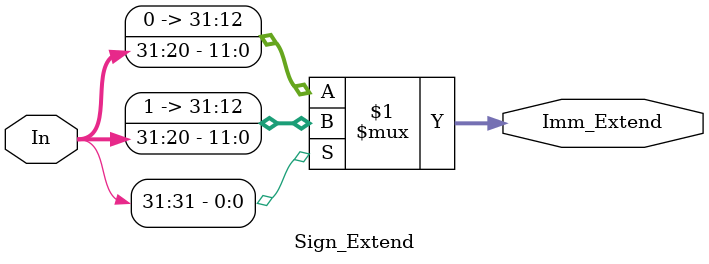
<source format=v>
module Sign_Extend(In, Imm_Extend);
   input [31:0]In;
   output [ 31:0] Imm_Extend;

   assign Imm_Extend = (In[31]) ? {{20{1'b1}},In[31:20]} :
                                  {{20{1'b0}},In[31:20]};

endmodule
</source>
